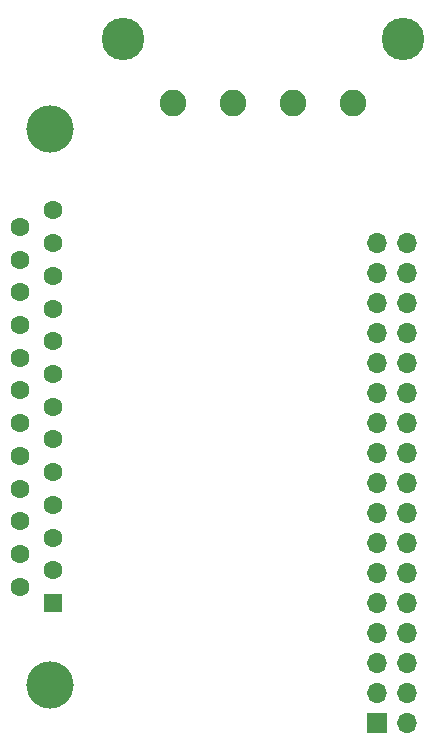
<source format=gbr>
%TF.GenerationSoftware,KiCad,Pcbnew,6.0.7-f9a2dced07~116~ubuntu20.04.1*%
%TF.CreationDate,2023-05-24T09:43:33-07:00*%
%TF.ProjectId,gw-adapters,67772d61-6461-4707-9465-72732e6b6963,rev?*%
%TF.SameCoordinates,Original*%
%TF.FileFunction,Soldermask,Bot*%
%TF.FilePolarity,Negative*%
%FSLAX46Y46*%
G04 Gerber Fmt 4.6, Leading zero omitted, Abs format (unit mm)*
G04 Created by KiCad (PCBNEW 6.0.7-f9a2dced07~116~ubuntu20.04.1) date 2023-05-24 09:43:33*
%MOMM*%
%LPD*%
G01*
G04 APERTURE LIST*
%ADD10R,1.700000X1.700000*%
%ADD11O,1.700000X1.700000*%
%ADD12C,2.250000*%
%ADD13C,3.600000*%
%ADD14C,4.000000*%
%ADD15R,1.600000X1.600000*%
%ADD16C,1.600000*%
G04 APERTURE END LIST*
D10*
%TO.C,J1*%
X159475000Y-118110000D03*
D11*
X162015000Y-118110000D03*
X159475000Y-115570000D03*
X162015000Y-115570000D03*
X159475000Y-113030000D03*
X162015000Y-113030000D03*
X159475000Y-110490000D03*
X162015000Y-110490000D03*
X159475000Y-107950000D03*
X162015000Y-107950000D03*
X159475000Y-105410000D03*
X162015000Y-105410000D03*
X159475000Y-102870000D03*
X162015000Y-102870000D03*
X159475000Y-100330000D03*
X162015000Y-100330000D03*
X159475000Y-97790000D03*
X162015000Y-97790000D03*
X159475000Y-95250000D03*
X162015000Y-95250000D03*
X159475000Y-92710000D03*
X162015000Y-92710000D03*
X159475000Y-90170000D03*
X162015000Y-90170000D03*
X159475000Y-87630000D03*
X162015000Y-87630000D03*
X159475000Y-85090000D03*
X162015000Y-85090000D03*
X159475000Y-82550000D03*
X162015000Y-82550000D03*
X159475000Y-80010000D03*
X162015000Y-80010000D03*
X159475000Y-77470000D03*
X162015000Y-77470000D03*
%TD*%
D12*
%TO.C,J2*%
X157480000Y-65635000D03*
X152400000Y-65635000D03*
X147320000Y-65635000D03*
X142240000Y-65635000D03*
D13*
X138010000Y-60185000D03*
X161710000Y-60185000D03*
%TD*%
D14*
%TO.C,J3*%
X131780000Y-67780000D03*
X131780000Y-114880000D03*
D15*
X132080000Y-107950000D03*
D16*
X132080000Y-105180000D03*
X132080000Y-102410000D03*
X132080000Y-99640000D03*
X132080000Y-96870000D03*
X132080000Y-94100000D03*
X132080000Y-91330000D03*
X132080000Y-88560000D03*
X132080000Y-85790000D03*
X132080000Y-83020000D03*
X132080000Y-80250000D03*
X132080000Y-77480000D03*
X132080000Y-74710000D03*
X129240000Y-106565000D03*
X129240000Y-103795000D03*
X129240000Y-101025000D03*
X129240000Y-98255000D03*
X129240000Y-95485000D03*
X129240000Y-92715000D03*
X129240000Y-89945000D03*
X129240000Y-87175000D03*
X129240000Y-84405000D03*
X129240000Y-81635000D03*
X129240000Y-78865000D03*
X129240000Y-76095000D03*
%TD*%
M02*

</source>
